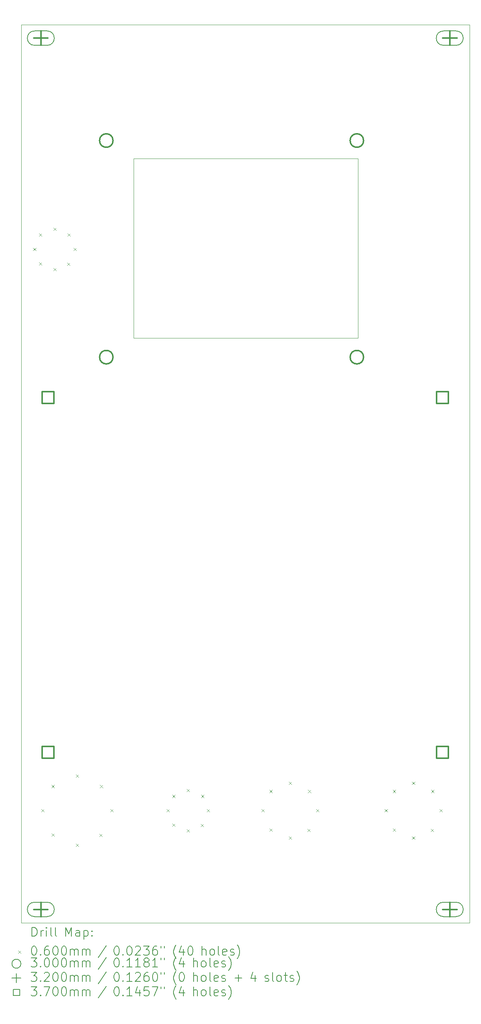
<source format=gbr>
%TF.GenerationSoftware,KiCad,Pcbnew,7.0.0-da2b9df05c~163~ubuntu22.04.1*%
%TF.CreationDate,2023-02-19T09:53:21-05:00*%
%TF.ProjectId,dso138_panel,64736f31-3338-45f7-9061-6e656c2e6b69,rev?*%
%TF.SameCoordinates,Original*%
%TF.FileFunction,Drillmap*%
%TF.FilePolarity,Positive*%
%FSLAX45Y45*%
G04 Gerber Fmt 4.5, Leading zero omitted, Abs format (unit mm)*
G04 Created by KiCad (PCBNEW 7.0.0-da2b9df05c~163~ubuntu22.04.1) date 2023-02-19 09:53:21*
%MOMM*%
%LPD*%
G01*
G04 APERTURE LIST*
%ADD10C,0.100000*%
%ADD11C,0.200000*%
%ADD12C,0.060000*%
%ADD13C,0.300000*%
%ADD14C,0.320000*%
%ADD15C,0.370000*%
G04 APERTURE END LIST*
D10*
X7510000Y-2980000D02*
X12510000Y-2980000D01*
X12510000Y-2980000D02*
X12510000Y-6980000D01*
X12510000Y-6980000D02*
X7510000Y-6980000D01*
X7510000Y-6980000D02*
X7510000Y-2980000D01*
X5000000Y0D02*
X15000000Y0D01*
X15000000Y0D02*
X15000000Y-20000000D01*
X15000000Y-20000000D02*
X5000000Y-20000000D01*
X5000000Y-20000000D02*
X5000000Y0D01*
D11*
D12*
X5270000Y-4970000D02*
X5330000Y-5030000D01*
X5330000Y-4970000D02*
X5270000Y-5030000D01*
X5400000Y-4650000D02*
X5460000Y-4710000D01*
X5460000Y-4650000D02*
X5400000Y-4710000D01*
X5400000Y-5290000D02*
X5460000Y-5350000D01*
X5460000Y-5290000D02*
X5400000Y-5350000D01*
X5450000Y-17470000D02*
X5510000Y-17530000D01*
X5510000Y-17470000D02*
X5450000Y-17530000D01*
X5680000Y-16930000D02*
X5740000Y-16990000D01*
X5740000Y-16930000D02*
X5680000Y-16990000D01*
X5680000Y-18010000D02*
X5740000Y-18070000D01*
X5740000Y-18010000D02*
X5680000Y-18070000D01*
X5720000Y-4520000D02*
X5780000Y-4580000D01*
X5780000Y-4520000D02*
X5720000Y-4580000D01*
X5720000Y-5420000D02*
X5780000Y-5480000D01*
X5780000Y-5420000D02*
X5720000Y-5480000D01*
X6030000Y-5300000D02*
X6090000Y-5360000D01*
X6090000Y-5300000D02*
X6030000Y-5360000D01*
X6040000Y-4650000D02*
X6100000Y-4710000D01*
X6100000Y-4650000D02*
X6040000Y-4710000D01*
X6170000Y-4970000D02*
X6230000Y-5030000D01*
X6230000Y-4970000D02*
X6170000Y-5030000D01*
X6220000Y-16700000D02*
X6280000Y-16760000D01*
X6280000Y-16700000D02*
X6220000Y-16760000D01*
X6220000Y-18240000D02*
X6280000Y-18300000D01*
X6280000Y-18240000D02*
X6220000Y-18300000D01*
X6750000Y-18020000D02*
X6810000Y-18080000D01*
X6810000Y-18020000D02*
X6750000Y-18080000D01*
X6760000Y-16930000D02*
X6820000Y-16990000D01*
X6820000Y-16930000D02*
X6760000Y-16990000D01*
X6990000Y-17470000D02*
X7050000Y-17530000D01*
X7050000Y-17470000D02*
X6990000Y-17530000D01*
X8245000Y-17470000D02*
X8305000Y-17530000D01*
X8305000Y-17470000D02*
X8245000Y-17530000D01*
X8375000Y-17150000D02*
X8435000Y-17210000D01*
X8435000Y-17150000D02*
X8375000Y-17210000D01*
X8375000Y-17790000D02*
X8435000Y-17850000D01*
X8435000Y-17790000D02*
X8375000Y-17850000D01*
X8695000Y-17020000D02*
X8755000Y-17080000D01*
X8755000Y-17020000D02*
X8695000Y-17080000D01*
X8695000Y-17920000D02*
X8755000Y-17980000D01*
X8755000Y-17920000D02*
X8695000Y-17980000D01*
X9005000Y-17800000D02*
X9065000Y-17860000D01*
X9065000Y-17800000D02*
X9005000Y-17860000D01*
X9015000Y-17150000D02*
X9075000Y-17210000D01*
X9075000Y-17150000D02*
X9015000Y-17210000D01*
X9145000Y-17470000D02*
X9205000Y-17530000D01*
X9205000Y-17470000D02*
X9145000Y-17530000D01*
X10360000Y-17470000D02*
X10420000Y-17530000D01*
X10420000Y-17470000D02*
X10360000Y-17530000D01*
X10540000Y-17040000D02*
X10600000Y-17100000D01*
X10600000Y-17040000D02*
X10540000Y-17100000D01*
X10540000Y-17900000D02*
X10600000Y-17960000D01*
X10600000Y-17900000D02*
X10540000Y-17960000D01*
X10970000Y-16860000D02*
X11030000Y-16920000D01*
X11030000Y-16860000D02*
X10970000Y-16920000D01*
X10970000Y-18080000D02*
X11030000Y-18140000D01*
X11030000Y-18080000D02*
X10970000Y-18140000D01*
X11390000Y-17910000D02*
X11450000Y-17970000D01*
X11450000Y-17910000D02*
X11390000Y-17970000D01*
X11400000Y-17040000D02*
X11460000Y-17100000D01*
X11460000Y-17040000D02*
X11400000Y-17100000D01*
X11580000Y-17470000D02*
X11640000Y-17530000D01*
X11640000Y-17470000D02*
X11580000Y-17530000D01*
X13110000Y-17470000D02*
X13170000Y-17530000D01*
X13170000Y-17470000D02*
X13110000Y-17530000D01*
X13290000Y-17040000D02*
X13350000Y-17100000D01*
X13350000Y-17040000D02*
X13290000Y-17100000D01*
X13290000Y-17900000D02*
X13350000Y-17960000D01*
X13350000Y-17900000D02*
X13290000Y-17960000D01*
X13720000Y-16860000D02*
X13780000Y-16920000D01*
X13780000Y-16860000D02*
X13720000Y-16920000D01*
X13720000Y-18080000D02*
X13780000Y-18140000D01*
X13780000Y-18080000D02*
X13720000Y-18140000D01*
X14140000Y-17910000D02*
X14200000Y-17970000D01*
X14200000Y-17910000D02*
X14140000Y-17970000D01*
X14150000Y-17040000D02*
X14210000Y-17100000D01*
X14210000Y-17040000D02*
X14150000Y-17100000D01*
X14330000Y-17470000D02*
X14390000Y-17530000D01*
X14390000Y-17470000D02*
X14330000Y-17530000D01*
D13*
X7050000Y-2580000D02*
G75*
G03*
X7050000Y-2580000I-150000J0D01*
G01*
X7050000Y-7403000D02*
G75*
G03*
X7050000Y-7403000I-150000J0D01*
G01*
X12638000Y-2580000D02*
G75*
G03*
X12638000Y-2580000I-150000J0D01*
G01*
X12638000Y-7403000D02*
G75*
G03*
X12638000Y-7403000I-150000J0D01*
G01*
D14*
X5440000Y-140000D02*
X5440000Y-460000D01*
X5280000Y-300000D02*
X5600000Y-300000D01*
D11*
X5300000Y-460000D02*
X5580000Y-460000D01*
X5580000Y-460000D02*
G75*
G03*
X5580000Y-140000I0J160000D01*
G01*
X5580000Y-140000D02*
X5300000Y-140000D01*
X5300000Y-140000D02*
G75*
G03*
X5300000Y-460000I0J-160000D01*
G01*
D14*
X5440000Y-19540000D02*
X5440000Y-19860000D01*
X5280000Y-19700000D02*
X5600000Y-19700000D01*
D11*
X5300000Y-19860000D02*
X5580000Y-19860000D01*
X5580000Y-19860000D02*
G75*
G03*
X5580000Y-19540000I0J160000D01*
G01*
X5580000Y-19540000D02*
X5300000Y-19540000D01*
X5300000Y-19540000D02*
G75*
G03*
X5300000Y-19860000I0J-160000D01*
G01*
D14*
X14560000Y-140000D02*
X14560000Y-460000D01*
X14400000Y-300000D02*
X14720000Y-300000D01*
D11*
X14700000Y-140000D02*
X14420000Y-140000D01*
X14420000Y-140000D02*
G75*
G03*
X14420000Y-460000I0J-160000D01*
G01*
X14420000Y-460000D02*
X14700000Y-460000D01*
X14700000Y-460000D02*
G75*
G03*
X14700000Y-140000I0J160000D01*
G01*
D14*
X14560000Y-19540000D02*
X14560000Y-19860000D01*
X14400000Y-19700000D02*
X14720000Y-19700000D01*
D11*
X14700000Y-19540000D02*
X14420000Y-19540000D01*
X14420000Y-19540000D02*
G75*
G03*
X14420000Y-19860000I0J-160000D01*
G01*
X14420000Y-19860000D02*
X14700000Y-19860000D01*
X14700000Y-19860000D02*
G75*
G03*
X14700000Y-19540000I0J160000D01*
G01*
D15*
X5730816Y-8430816D02*
X5730816Y-8169184D01*
X5469184Y-8169184D01*
X5469184Y-8430816D01*
X5730816Y-8430816D01*
X5730816Y-16330816D02*
X5730816Y-16069184D01*
X5469184Y-16069184D01*
X5469184Y-16330816D01*
X5730816Y-16330816D01*
X14530816Y-8430816D02*
X14530816Y-8169184D01*
X14269184Y-8169184D01*
X14269184Y-8430816D01*
X14530816Y-8430816D01*
X14530816Y-16330816D02*
X14530816Y-16069184D01*
X14269184Y-16069184D01*
X14269184Y-16330816D01*
X14530816Y-16330816D01*
D11*
X5242619Y-20298476D02*
X5242619Y-20098476D01*
X5242619Y-20098476D02*
X5290238Y-20098476D01*
X5290238Y-20098476D02*
X5318810Y-20108000D01*
X5318810Y-20108000D02*
X5337857Y-20127048D01*
X5337857Y-20127048D02*
X5347381Y-20146095D01*
X5347381Y-20146095D02*
X5356905Y-20184190D01*
X5356905Y-20184190D02*
X5356905Y-20212762D01*
X5356905Y-20212762D02*
X5347381Y-20250857D01*
X5347381Y-20250857D02*
X5337857Y-20269905D01*
X5337857Y-20269905D02*
X5318810Y-20288952D01*
X5318810Y-20288952D02*
X5290238Y-20298476D01*
X5290238Y-20298476D02*
X5242619Y-20298476D01*
X5442619Y-20298476D02*
X5442619Y-20165143D01*
X5442619Y-20203238D02*
X5452143Y-20184190D01*
X5452143Y-20184190D02*
X5461667Y-20174667D01*
X5461667Y-20174667D02*
X5480714Y-20165143D01*
X5480714Y-20165143D02*
X5499762Y-20165143D01*
X5566429Y-20298476D02*
X5566429Y-20165143D01*
X5566429Y-20098476D02*
X5556905Y-20108000D01*
X5556905Y-20108000D02*
X5566429Y-20117524D01*
X5566429Y-20117524D02*
X5575952Y-20108000D01*
X5575952Y-20108000D02*
X5566429Y-20098476D01*
X5566429Y-20098476D02*
X5566429Y-20117524D01*
X5690238Y-20298476D02*
X5671190Y-20288952D01*
X5671190Y-20288952D02*
X5661667Y-20269905D01*
X5661667Y-20269905D02*
X5661667Y-20098476D01*
X5795000Y-20298476D02*
X5775952Y-20288952D01*
X5775952Y-20288952D02*
X5766428Y-20269905D01*
X5766428Y-20269905D02*
X5766428Y-20098476D01*
X5991190Y-20298476D02*
X5991190Y-20098476D01*
X5991190Y-20098476D02*
X6057857Y-20241333D01*
X6057857Y-20241333D02*
X6124524Y-20098476D01*
X6124524Y-20098476D02*
X6124524Y-20298476D01*
X6305476Y-20298476D02*
X6305476Y-20193714D01*
X6305476Y-20193714D02*
X6295952Y-20174667D01*
X6295952Y-20174667D02*
X6276905Y-20165143D01*
X6276905Y-20165143D02*
X6238809Y-20165143D01*
X6238809Y-20165143D02*
X6219762Y-20174667D01*
X6305476Y-20288952D02*
X6286428Y-20298476D01*
X6286428Y-20298476D02*
X6238809Y-20298476D01*
X6238809Y-20298476D02*
X6219762Y-20288952D01*
X6219762Y-20288952D02*
X6210238Y-20269905D01*
X6210238Y-20269905D02*
X6210238Y-20250857D01*
X6210238Y-20250857D02*
X6219762Y-20231810D01*
X6219762Y-20231810D02*
X6238809Y-20222286D01*
X6238809Y-20222286D02*
X6286428Y-20222286D01*
X6286428Y-20222286D02*
X6305476Y-20212762D01*
X6400714Y-20165143D02*
X6400714Y-20365143D01*
X6400714Y-20174667D02*
X6419762Y-20165143D01*
X6419762Y-20165143D02*
X6457857Y-20165143D01*
X6457857Y-20165143D02*
X6476905Y-20174667D01*
X6476905Y-20174667D02*
X6486428Y-20184190D01*
X6486428Y-20184190D02*
X6495952Y-20203238D01*
X6495952Y-20203238D02*
X6495952Y-20260381D01*
X6495952Y-20260381D02*
X6486428Y-20279429D01*
X6486428Y-20279429D02*
X6476905Y-20288952D01*
X6476905Y-20288952D02*
X6457857Y-20298476D01*
X6457857Y-20298476D02*
X6419762Y-20298476D01*
X6419762Y-20298476D02*
X6400714Y-20288952D01*
X6581667Y-20279429D02*
X6591190Y-20288952D01*
X6591190Y-20288952D02*
X6581667Y-20298476D01*
X6581667Y-20298476D02*
X6572143Y-20288952D01*
X6572143Y-20288952D02*
X6581667Y-20279429D01*
X6581667Y-20279429D02*
X6581667Y-20298476D01*
X6581667Y-20174667D02*
X6591190Y-20184190D01*
X6591190Y-20184190D02*
X6581667Y-20193714D01*
X6581667Y-20193714D02*
X6572143Y-20184190D01*
X6572143Y-20184190D02*
X6581667Y-20174667D01*
X6581667Y-20174667D02*
X6581667Y-20193714D01*
D12*
X4935000Y-20615000D02*
X4995000Y-20675000D01*
X4995000Y-20615000D02*
X4935000Y-20675000D01*
D11*
X5280714Y-20518476D02*
X5299762Y-20518476D01*
X5299762Y-20518476D02*
X5318810Y-20528000D01*
X5318810Y-20528000D02*
X5328333Y-20537524D01*
X5328333Y-20537524D02*
X5337857Y-20556571D01*
X5337857Y-20556571D02*
X5347381Y-20594667D01*
X5347381Y-20594667D02*
X5347381Y-20642286D01*
X5347381Y-20642286D02*
X5337857Y-20680381D01*
X5337857Y-20680381D02*
X5328333Y-20699429D01*
X5328333Y-20699429D02*
X5318810Y-20708952D01*
X5318810Y-20708952D02*
X5299762Y-20718476D01*
X5299762Y-20718476D02*
X5280714Y-20718476D01*
X5280714Y-20718476D02*
X5261667Y-20708952D01*
X5261667Y-20708952D02*
X5252143Y-20699429D01*
X5252143Y-20699429D02*
X5242619Y-20680381D01*
X5242619Y-20680381D02*
X5233095Y-20642286D01*
X5233095Y-20642286D02*
X5233095Y-20594667D01*
X5233095Y-20594667D02*
X5242619Y-20556571D01*
X5242619Y-20556571D02*
X5252143Y-20537524D01*
X5252143Y-20537524D02*
X5261667Y-20528000D01*
X5261667Y-20528000D02*
X5280714Y-20518476D01*
X5433095Y-20699429D02*
X5442619Y-20708952D01*
X5442619Y-20708952D02*
X5433095Y-20718476D01*
X5433095Y-20718476D02*
X5423571Y-20708952D01*
X5423571Y-20708952D02*
X5433095Y-20699429D01*
X5433095Y-20699429D02*
X5433095Y-20718476D01*
X5614048Y-20518476D02*
X5575952Y-20518476D01*
X5575952Y-20518476D02*
X5556905Y-20528000D01*
X5556905Y-20528000D02*
X5547381Y-20537524D01*
X5547381Y-20537524D02*
X5528333Y-20566095D01*
X5528333Y-20566095D02*
X5518810Y-20604190D01*
X5518810Y-20604190D02*
X5518810Y-20680381D01*
X5518810Y-20680381D02*
X5528333Y-20699429D01*
X5528333Y-20699429D02*
X5537857Y-20708952D01*
X5537857Y-20708952D02*
X5556905Y-20718476D01*
X5556905Y-20718476D02*
X5595000Y-20718476D01*
X5595000Y-20718476D02*
X5614048Y-20708952D01*
X5614048Y-20708952D02*
X5623571Y-20699429D01*
X5623571Y-20699429D02*
X5633095Y-20680381D01*
X5633095Y-20680381D02*
X5633095Y-20632762D01*
X5633095Y-20632762D02*
X5623571Y-20613714D01*
X5623571Y-20613714D02*
X5614048Y-20604190D01*
X5614048Y-20604190D02*
X5595000Y-20594667D01*
X5595000Y-20594667D02*
X5556905Y-20594667D01*
X5556905Y-20594667D02*
X5537857Y-20604190D01*
X5537857Y-20604190D02*
X5528333Y-20613714D01*
X5528333Y-20613714D02*
X5518810Y-20632762D01*
X5756905Y-20518476D02*
X5775952Y-20518476D01*
X5775952Y-20518476D02*
X5795000Y-20528000D01*
X5795000Y-20528000D02*
X5804524Y-20537524D01*
X5804524Y-20537524D02*
X5814048Y-20556571D01*
X5814048Y-20556571D02*
X5823571Y-20594667D01*
X5823571Y-20594667D02*
X5823571Y-20642286D01*
X5823571Y-20642286D02*
X5814048Y-20680381D01*
X5814048Y-20680381D02*
X5804524Y-20699429D01*
X5804524Y-20699429D02*
X5795000Y-20708952D01*
X5795000Y-20708952D02*
X5775952Y-20718476D01*
X5775952Y-20718476D02*
X5756905Y-20718476D01*
X5756905Y-20718476D02*
X5737857Y-20708952D01*
X5737857Y-20708952D02*
X5728333Y-20699429D01*
X5728333Y-20699429D02*
X5718809Y-20680381D01*
X5718809Y-20680381D02*
X5709286Y-20642286D01*
X5709286Y-20642286D02*
X5709286Y-20594667D01*
X5709286Y-20594667D02*
X5718809Y-20556571D01*
X5718809Y-20556571D02*
X5728333Y-20537524D01*
X5728333Y-20537524D02*
X5737857Y-20528000D01*
X5737857Y-20528000D02*
X5756905Y-20518476D01*
X5947381Y-20518476D02*
X5966429Y-20518476D01*
X5966429Y-20518476D02*
X5985476Y-20528000D01*
X5985476Y-20528000D02*
X5995000Y-20537524D01*
X5995000Y-20537524D02*
X6004524Y-20556571D01*
X6004524Y-20556571D02*
X6014048Y-20594667D01*
X6014048Y-20594667D02*
X6014048Y-20642286D01*
X6014048Y-20642286D02*
X6004524Y-20680381D01*
X6004524Y-20680381D02*
X5995000Y-20699429D01*
X5995000Y-20699429D02*
X5985476Y-20708952D01*
X5985476Y-20708952D02*
X5966429Y-20718476D01*
X5966429Y-20718476D02*
X5947381Y-20718476D01*
X5947381Y-20718476D02*
X5928333Y-20708952D01*
X5928333Y-20708952D02*
X5918809Y-20699429D01*
X5918809Y-20699429D02*
X5909286Y-20680381D01*
X5909286Y-20680381D02*
X5899762Y-20642286D01*
X5899762Y-20642286D02*
X5899762Y-20594667D01*
X5899762Y-20594667D02*
X5909286Y-20556571D01*
X5909286Y-20556571D02*
X5918809Y-20537524D01*
X5918809Y-20537524D02*
X5928333Y-20528000D01*
X5928333Y-20528000D02*
X5947381Y-20518476D01*
X6099762Y-20718476D02*
X6099762Y-20585143D01*
X6099762Y-20604190D02*
X6109286Y-20594667D01*
X6109286Y-20594667D02*
X6128333Y-20585143D01*
X6128333Y-20585143D02*
X6156905Y-20585143D01*
X6156905Y-20585143D02*
X6175952Y-20594667D01*
X6175952Y-20594667D02*
X6185476Y-20613714D01*
X6185476Y-20613714D02*
X6185476Y-20718476D01*
X6185476Y-20613714D02*
X6195000Y-20594667D01*
X6195000Y-20594667D02*
X6214048Y-20585143D01*
X6214048Y-20585143D02*
X6242619Y-20585143D01*
X6242619Y-20585143D02*
X6261667Y-20594667D01*
X6261667Y-20594667D02*
X6271190Y-20613714D01*
X6271190Y-20613714D02*
X6271190Y-20718476D01*
X6366429Y-20718476D02*
X6366429Y-20585143D01*
X6366429Y-20604190D02*
X6375952Y-20594667D01*
X6375952Y-20594667D02*
X6395000Y-20585143D01*
X6395000Y-20585143D02*
X6423571Y-20585143D01*
X6423571Y-20585143D02*
X6442619Y-20594667D01*
X6442619Y-20594667D02*
X6452143Y-20613714D01*
X6452143Y-20613714D02*
X6452143Y-20718476D01*
X6452143Y-20613714D02*
X6461667Y-20594667D01*
X6461667Y-20594667D02*
X6480714Y-20585143D01*
X6480714Y-20585143D02*
X6509286Y-20585143D01*
X6509286Y-20585143D02*
X6528333Y-20594667D01*
X6528333Y-20594667D02*
X6537857Y-20613714D01*
X6537857Y-20613714D02*
X6537857Y-20718476D01*
X6895952Y-20508952D02*
X6724524Y-20766095D01*
X7120714Y-20518476D02*
X7139762Y-20518476D01*
X7139762Y-20518476D02*
X7158810Y-20528000D01*
X7158810Y-20528000D02*
X7168333Y-20537524D01*
X7168333Y-20537524D02*
X7177857Y-20556571D01*
X7177857Y-20556571D02*
X7187381Y-20594667D01*
X7187381Y-20594667D02*
X7187381Y-20642286D01*
X7187381Y-20642286D02*
X7177857Y-20680381D01*
X7177857Y-20680381D02*
X7168333Y-20699429D01*
X7168333Y-20699429D02*
X7158810Y-20708952D01*
X7158810Y-20708952D02*
X7139762Y-20718476D01*
X7139762Y-20718476D02*
X7120714Y-20718476D01*
X7120714Y-20718476D02*
X7101667Y-20708952D01*
X7101667Y-20708952D02*
X7092143Y-20699429D01*
X7092143Y-20699429D02*
X7082619Y-20680381D01*
X7082619Y-20680381D02*
X7073095Y-20642286D01*
X7073095Y-20642286D02*
X7073095Y-20594667D01*
X7073095Y-20594667D02*
X7082619Y-20556571D01*
X7082619Y-20556571D02*
X7092143Y-20537524D01*
X7092143Y-20537524D02*
X7101667Y-20528000D01*
X7101667Y-20528000D02*
X7120714Y-20518476D01*
X7273095Y-20699429D02*
X7282619Y-20708952D01*
X7282619Y-20708952D02*
X7273095Y-20718476D01*
X7273095Y-20718476D02*
X7263571Y-20708952D01*
X7263571Y-20708952D02*
X7273095Y-20699429D01*
X7273095Y-20699429D02*
X7273095Y-20718476D01*
X7406429Y-20518476D02*
X7425476Y-20518476D01*
X7425476Y-20518476D02*
X7444524Y-20528000D01*
X7444524Y-20528000D02*
X7454048Y-20537524D01*
X7454048Y-20537524D02*
X7463571Y-20556571D01*
X7463571Y-20556571D02*
X7473095Y-20594667D01*
X7473095Y-20594667D02*
X7473095Y-20642286D01*
X7473095Y-20642286D02*
X7463571Y-20680381D01*
X7463571Y-20680381D02*
X7454048Y-20699429D01*
X7454048Y-20699429D02*
X7444524Y-20708952D01*
X7444524Y-20708952D02*
X7425476Y-20718476D01*
X7425476Y-20718476D02*
X7406429Y-20718476D01*
X7406429Y-20718476D02*
X7387381Y-20708952D01*
X7387381Y-20708952D02*
X7377857Y-20699429D01*
X7377857Y-20699429D02*
X7368333Y-20680381D01*
X7368333Y-20680381D02*
X7358810Y-20642286D01*
X7358810Y-20642286D02*
X7358810Y-20594667D01*
X7358810Y-20594667D02*
X7368333Y-20556571D01*
X7368333Y-20556571D02*
X7377857Y-20537524D01*
X7377857Y-20537524D02*
X7387381Y-20528000D01*
X7387381Y-20528000D02*
X7406429Y-20518476D01*
X7549286Y-20537524D02*
X7558810Y-20528000D01*
X7558810Y-20528000D02*
X7577857Y-20518476D01*
X7577857Y-20518476D02*
X7625476Y-20518476D01*
X7625476Y-20518476D02*
X7644524Y-20528000D01*
X7644524Y-20528000D02*
X7654048Y-20537524D01*
X7654048Y-20537524D02*
X7663571Y-20556571D01*
X7663571Y-20556571D02*
X7663571Y-20575619D01*
X7663571Y-20575619D02*
X7654048Y-20604190D01*
X7654048Y-20604190D02*
X7539762Y-20718476D01*
X7539762Y-20718476D02*
X7663571Y-20718476D01*
X7730238Y-20518476D02*
X7854048Y-20518476D01*
X7854048Y-20518476D02*
X7787381Y-20594667D01*
X7787381Y-20594667D02*
X7815952Y-20594667D01*
X7815952Y-20594667D02*
X7835000Y-20604190D01*
X7835000Y-20604190D02*
X7844524Y-20613714D01*
X7844524Y-20613714D02*
X7854048Y-20632762D01*
X7854048Y-20632762D02*
X7854048Y-20680381D01*
X7854048Y-20680381D02*
X7844524Y-20699429D01*
X7844524Y-20699429D02*
X7835000Y-20708952D01*
X7835000Y-20708952D02*
X7815952Y-20718476D01*
X7815952Y-20718476D02*
X7758810Y-20718476D01*
X7758810Y-20718476D02*
X7739762Y-20708952D01*
X7739762Y-20708952D02*
X7730238Y-20699429D01*
X8025476Y-20518476D02*
X7987381Y-20518476D01*
X7987381Y-20518476D02*
X7968333Y-20528000D01*
X7968333Y-20528000D02*
X7958810Y-20537524D01*
X7958810Y-20537524D02*
X7939762Y-20566095D01*
X7939762Y-20566095D02*
X7930238Y-20604190D01*
X7930238Y-20604190D02*
X7930238Y-20680381D01*
X7930238Y-20680381D02*
X7939762Y-20699429D01*
X7939762Y-20699429D02*
X7949286Y-20708952D01*
X7949286Y-20708952D02*
X7968333Y-20718476D01*
X7968333Y-20718476D02*
X8006429Y-20718476D01*
X8006429Y-20718476D02*
X8025476Y-20708952D01*
X8025476Y-20708952D02*
X8035000Y-20699429D01*
X8035000Y-20699429D02*
X8044524Y-20680381D01*
X8044524Y-20680381D02*
X8044524Y-20632762D01*
X8044524Y-20632762D02*
X8035000Y-20613714D01*
X8035000Y-20613714D02*
X8025476Y-20604190D01*
X8025476Y-20604190D02*
X8006429Y-20594667D01*
X8006429Y-20594667D02*
X7968333Y-20594667D01*
X7968333Y-20594667D02*
X7949286Y-20604190D01*
X7949286Y-20604190D02*
X7939762Y-20613714D01*
X7939762Y-20613714D02*
X7930238Y-20632762D01*
X8120714Y-20518476D02*
X8120714Y-20556571D01*
X8196905Y-20518476D02*
X8196905Y-20556571D01*
X8459762Y-20794667D02*
X8450238Y-20785143D01*
X8450238Y-20785143D02*
X8431191Y-20756571D01*
X8431191Y-20756571D02*
X8421667Y-20737524D01*
X8421667Y-20737524D02*
X8412143Y-20708952D01*
X8412143Y-20708952D02*
X8402619Y-20661333D01*
X8402619Y-20661333D02*
X8402619Y-20623238D01*
X8402619Y-20623238D02*
X8412143Y-20575619D01*
X8412143Y-20575619D02*
X8421667Y-20547048D01*
X8421667Y-20547048D02*
X8431191Y-20528000D01*
X8431191Y-20528000D02*
X8450238Y-20499429D01*
X8450238Y-20499429D02*
X8459762Y-20489905D01*
X8621667Y-20585143D02*
X8621667Y-20718476D01*
X8574048Y-20508952D02*
X8526429Y-20651810D01*
X8526429Y-20651810D02*
X8650238Y-20651810D01*
X8764524Y-20518476D02*
X8783572Y-20518476D01*
X8783572Y-20518476D02*
X8802619Y-20528000D01*
X8802619Y-20528000D02*
X8812143Y-20537524D01*
X8812143Y-20537524D02*
X8821667Y-20556571D01*
X8821667Y-20556571D02*
X8831191Y-20594667D01*
X8831191Y-20594667D02*
X8831191Y-20642286D01*
X8831191Y-20642286D02*
X8821667Y-20680381D01*
X8821667Y-20680381D02*
X8812143Y-20699429D01*
X8812143Y-20699429D02*
X8802619Y-20708952D01*
X8802619Y-20708952D02*
X8783572Y-20718476D01*
X8783572Y-20718476D02*
X8764524Y-20718476D01*
X8764524Y-20718476D02*
X8745476Y-20708952D01*
X8745476Y-20708952D02*
X8735953Y-20699429D01*
X8735953Y-20699429D02*
X8726429Y-20680381D01*
X8726429Y-20680381D02*
X8716905Y-20642286D01*
X8716905Y-20642286D02*
X8716905Y-20594667D01*
X8716905Y-20594667D02*
X8726429Y-20556571D01*
X8726429Y-20556571D02*
X8735953Y-20537524D01*
X8735953Y-20537524D02*
X8745476Y-20528000D01*
X8745476Y-20528000D02*
X8764524Y-20518476D01*
X9036905Y-20718476D02*
X9036905Y-20518476D01*
X9122619Y-20718476D02*
X9122619Y-20613714D01*
X9122619Y-20613714D02*
X9113095Y-20594667D01*
X9113095Y-20594667D02*
X9094048Y-20585143D01*
X9094048Y-20585143D02*
X9065476Y-20585143D01*
X9065476Y-20585143D02*
X9046429Y-20594667D01*
X9046429Y-20594667D02*
X9036905Y-20604190D01*
X9246429Y-20718476D02*
X9227381Y-20708952D01*
X9227381Y-20708952D02*
X9217857Y-20699429D01*
X9217857Y-20699429D02*
X9208334Y-20680381D01*
X9208334Y-20680381D02*
X9208334Y-20623238D01*
X9208334Y-20623238D02*
X9217857Y-20604190D01*
X9217857Y-20604190D02*
X9227381Y-20594667D01*
X9227381Y-20594667D02*
X9246429Y-20585143D01*
X9246429Y-20585143D02*
X9275000Y-20585143D01*
X9275000Y-20585143D02*
X9294048Y-20594667D01*
X9294048Y-20594667D02*
X9303572Y-20604190D01*
X9303572Y-20604190D02*
X9313095Y-20623238D01*
X9313095Y-20623238D02*
X9313095Y-20680381D01*
X9313095Y-20680381D02*
X9303572Y-20699429D01*
X9303572Y-20699429D02*
X9294048Y-20708952D01*
X9294048Y-20708952D02*
X9275000Y-20718476D01*
X9275000Y-20718476D02*
X9246429Y-20718476D01*
X9427381Y-20718476D02*
X9408334Y-20708952D01*
X9408334Y-20708952D02*
X9398810Y-20689905D01*
X9398810Y-20689905D02*
X9398810Y-20518476D01*
X9579762Y-20708952D02*
X9560715Y-20718476D01*
X9560715Y-20718476D02*
X9522619Y-20718476D01*
X9522619Y-20718476D02*
X9503572Y-20708952D01*
X9503572Y-20708952D02*
X9494048Y-20689905D01*
X9494048Y-20689905D02*
X9494048Y-20613714D01*
X9494048Y-20613714D02*
X9503572Y-20594667D01*
X9503572Y-20594667D02*
X9522619Y-20585143D01*
X9522619Y-20585143D02*
X9560715Y-20585143D01*
X9560715Y-20585143D02*
X9579762Y-20594667D01*
X9579762Y-20594667D02*
X9589286Y-20613714D01*
X9589286Y-20613714D02*
X9589286Y-20632762D01*
X9589286Y-20632762D02*
X9494048Y-20651810D01*
X9665476Y-20708952D02*
X9684524Y-20718476D01*
X9684524Y-20718476D02*
X9722619Y-20718476D01*
X9722619Y-20718476D02*
X9741667Y-20708952D01*
X9741667Y-20708952D02*
X9751191Y-20689905D01*
X9751191Y-20689905D02*
X9751191Y-20680381D01*
X9751191Y-20680381D02*
X9741667Y-20661333D01*
X9741667Y-20661333D02*
X9722619Y-20651810D01*
X9722619Y-20651810D02*
X9694048Y-20651810D01*
X9694048Y-20651810D02*
X9675000Y-20642286D01*
X9675000Y-20642286D02*
X9665476Y-20623238D01*
X9665476Y-20623238D02*
X9665476Y-20613714D01*
X9665476Y-20613714D02*
X9675000Y-20594667D01*
X9675000Y-20594667D02*
X9694048Y-20585143D01*
X9694048Y-20585143D02*
X9722619Y-20585143D01*
X9722619Y-20585143D02*
X9741667Y-20594667D01*
X9817857Y-20794667D02*
X9827381Y-20785143D01*
X9827381Y-20785143D02*
X9846429Y-20756571D01*
X9846429Y-20756571D02*
X9855953Y-20737524D01*
X9855953Y-20737524D02*
X9865476Y-20708952D01*
X9865476Y-20708952D02*
X9875000Y-20661333D01*
X9875000Y-20661333D02*
X9875000Y-20623238D01*
X9875000Y-20623238D02*
X9865476Y-20575619D01*
X9865476Y-20575619D02*
X9855953Y-20547048D01*
X9855953Y-20547048D02*
X9846429Y-20528000D01*
X9846429Y-20528000D02*
X9827381Y-20499429D01*
X9827381Y-20499429D02*
X9817857Y-20489905D01*
X4995000Y-20909000D02*
G75*
G03*
X4995000Y-20909000I-100000J0D01*
G01*
X5223571Y-20782476D02*
X5347381Y-20782476D01*
X5347381Y-20782476D02*
X5280714Y-20858667D01*
X5280714Y-20858667D02*
X5309286Y-20858667D01*
X5309286Y-20858667D02*
X5328333Y-20868190D01*
X5328333Y-20868190D02*
X5337857Y-20877714D01*
X5337857Y-20877714D02*
X5347381Y-20896762D01*
X5347381Y-20896762D02*
X5347381Y-20944381D01*
X5347381Y-20944381D02*
X5337857Y-20963429D01*
X5337857Y-20963429D02*
X5328333Y-20972952D01*
X5328333Y-20972952D02*
X5309286Y-20982476D01*
X5309286Y-20982476D02*
X5252143Y-20982476D01*
X5252143Y-20982476D02*
X5233095Y-20972952D01*
X5233095Y-20972952D02*
X5223571Y-20963429D01*
X5433095Y-20963429D02*
X5442619Y-20972952D01*
X5442619Y-20972952D02*
X5433095Y-20982476D01*
X5433095Y-20982476D02*
X5423571Y-20972952D01*
X5423571Y-20972952D02*
X5433095Y-20963429D01*
X5433095Y-20963429D02*
X5433095Y-20982476D01*
X5566429Y-20782476D02*
X5585476Y-20782476D01*
X5585476Y-20782476D02*
X5604524Y-20792000D01*
X5604524Y-20792000D02*
X5614048Y-20801524D01*
X5614048Y-20801524D02*
X5623571Y-20820571D01*
X5623571Y-20820571D02*
X5633095Y-20858667D01*
X5633095Y-20858667D02*
X5633095Y-20906286D01*
X5633095Y-20906286D02*
X5623571Y-20944381D01*
X5623571Y-20944381D02*
X5614048Y-20963429D01*
X5614048Y-20963429D02*
X5604524Y-20972952D01*
X5604524Y-20972952D02*
X5585476Y-20982476D01*
X5585476Y-20982476D02*
X5566429Y-20982476D01*
X5566429Y-20982476D02*
X5547381Y-20972952D01*
X5547381Y-20972952D02*
X5537857Y-20963429D01*
X5537857Y-20963429D02*
X5528333Y-20944381D01*
X5528333Y-20944381D02*
X5518810Y-20906286D01*
X5518810Y-20906286D02*
X5518810Y-20858667D01*
X5518810Y-20858667D02*
X5528333Y-20820571D01*
X5528333Y-20820571D02*
X5537857Y-20801524D01*
X5537857Y-20801524D02*
X5547381Y-20792000D01*
X5547381Y-20792000D02*
X5566429Y-20782476D01*
X5756905Y-20782476D02*
X5775952Y-20782476D01*
X5775952Y-20782476D02*
X5795000Y-20792000D01*
X5795000Y-20792000D02*
X5804524Y-20801524D01*
X5804524Y-20801524D02*
X5814048Y-20820571D01*
X5814048Y-20820571D02*
X5823571Y-20858667D01*
X5823571Y-20858667D02*
X5823571Y-20906286D01*
X5823571Y-20906286D02*
X5814048Y-20944381D01*
X5814048Y-20944381D02*
X5804524Y-20963429D01*
X5804524Y-20963429D02*
X5795000Y-20972952D01*
X5795000Y-20972952D02*
X5775952Y-20982476D01*
X5775952Y-20982476D02*
X5756905Y-20982476D01*
X5756905Y-20982476D02*
X5737857Y-20972952D01*
X5737857Y-20972952D02*
X5728333Y-20963429D01*
X5728333Y-20963429D02*
X5718809Y-20944381D01*
X5718809Y-20944381D02*
X5709286Y-20906286D01*
X5709286Y-20906286D02*
X5709286Y-20858667D01*
X5709286Y-20858667D02*
X5718809Y-20820571D01*
X5718809Y-20820571D02*
X5728333Y-20801524D01*
X5728333Y-20801524D02*
X5737857Y-20792000D01*
X5737857Y-20792000D02*
X5756905Y-20782476D01*
X5947381Y-20782476D02*
X5966429Y-20782476D01*
X5966429Y-20782476D02*
X5985476Y-20792000D01*
X5985476Y-20792000D02*
X5995000Y-20801524D01*
X5995000Y-20801524D02*
X6004524Y-20820571D01*
X6004524Y-20820571D02*
X6014048Y-20858667D01*
X6014048Y-20858667D02*
X6014048Y-20906286D01*
X6014048Y-20906286D02*
X6004524Y-20944381D01*
X6004524Y-20944381D02*
X5995000Y-20963429D01*
X5995000Y-20963429D02*
X5985476Y-20972952D01*
X5985476Y-20972952D02*
X5966429Y-20982476D01*
X5966429Y-20982476D02*
X5947381Y-20982476D01*
X5947381Y-20982476D02*
X5928333Y-20972952D01*
X5928333Y-20972952D02*
X5918809Y-20963429D01*
X5918809Y-20963429D02*
X5909286Y-20944381D01*
X5909286Y-20944381D02*
X5899762Y-20906286D01*
X5899762Y-20906286D02*
X5899762Y-20858667D01*
X5899762Y-20858667D02*
X5909286Y-20820571D01*
X5909286Y-20820571D02*
X5918809Y-20801524D01*
X5918809Y-20801524D02*
X5928333Y-20792000D01*
X5928333Y-20792000D02*
X5947381Y-20782476D01*
X6099762Y-20982476D02*
X6099762Y-20849143D01*
X6099762Y-20868190D02*
X6109286Y-20858667D01*
X6109286Y-20858667D02*
X6128333Y-20849143D01*
X6128333Y-20849143D02*
X6156905Y-20849143D01*
X6156905Y-20849143D02*
X6175952Y-20858667D01*
X6175952Y-20858667D02*
X6185476Y-20877714D01*
X6185476Y-20877714D02*
X6185476Y-20982476D01*
X6185476Y-20877714D02*
X6195000Y-20858667D01*
X6195000Y-20858667D02*
X6214048Y-20849143D01*
X6214048Y-20849143D02*
X6242619Y-20849143D01*
X6242619Y-20849143D02*
X6261667Y-20858667D01*
X6261667Y-20858667D02*
X6271190Y-20877714D01*
X6271190Y-20877714D02*
X6271190Y-20982476D01*
X6366429Y-20982476D02*
X6366429Y-20849143D01*
X6366429Y-20868190D02*
X6375952Y-20858667D01*
X6375952Y-20858667D02*
X6395000Y-20849143D01*
X6395000Y-20849143D02*
X6423571Y-20849143D01*
X6423571Y-20849143D02*
X6442619Y-20858667D01*
X6442619Y-20858667D02*
X6452143Y-20877714D01*
X6452143Y-20877714D02*
X6452143Y-20982476D01*
X6452143Y-20877714D02*
X6461667Y-20858667D01*
X6461667Y-20858667D02*
X6480714Y-20849143D01*
X6480714Y-20849143D02*
X6509286Y-20849143D01*
X6509286Y-20849143D02*
X6528333Y-20858667D01*
X6528333Y-20858667D02*
X6537857Y-20877714D01*
X6537857Y-20877714D02*
X6537857Y-20982476D01*
X6895952Y-20772952D02*
X6724524Y-21030095D01*
X7120714Y-20782476D02*
X7139762Y-20782476D01*
X7139762Y-20782476D02*
X7158810Y-20792000D01*
X7158810Y-20792000D02*
X7168333Y-20801524D01*
X7168333Y-20801524D02*
X7177857Y-20820571D01*
X7177857Y-20820571D02*
X7187381Y-20858667D01*
X7187381Y-20858667D02*
X7187381Y-20906286D01*
X7187381Y-20906286D02*
X7177857Y-20944381D01*
X7177857Y-20944381D02*
X7168333Y-20963429D01*
X7168333Y-20963429D02*
X7158810Y-20972952D01*
X7158810Y-20972952D02*
X7139762Y-20982476D01*
X7139762Y-20982476D02*
X7120714Y-20982476D01*
X7120714Y-20982476D02*
X7101667Y-20972952D01*
X7101667Y-20972952D02*
X7092143Y-20963429D01*
X7092143Y-20963429D02*
X7082619Y-20944381D01*
X7082619Y-20944381D02*
X7073095Y-20906286D01*
X7073095Y-20906286D02*
X7073095Y-20858667D01*
X7073095Y-20858667D02*
X7082619Y-20820571D01*
X7082619Y-20820571D02*
X7092143Y-20801524D01*
X7092143Y-20801524D02*
X7101667Y-20792000D01*
X7101667Y-20792000D02*
X7120714Y-20782476D01*
X7273095Y-20963429D02*
X7282619Y-20972952D01*
X7282619Y-20972952D02*
X7273095Y-20982476D01*
X7273095Y-20982476D02*
X7263571Y-20972952D01*
X7263571Y-20972952D02*
X7273095Y-20963429D01*
X7273095Y-20963429D02*
X7273095Y-20982476D01*
X7473095Y-20982476D02*
X7358810Y-20982476D01*
X7415952Y-20982476D02*
X7415952Y-20782476D01*
X7415952Y-20782476D02*
X7396905Y-20811048D01*
X7396905Y-20811048D02*
X7377857Y-20830095D01*
X7377857Y-20830095D02*
X7358810Y-20839619D01*
X7663571Y-20982476D02*
X7549286Y-20982476D01*
X7606429Y-20982476D02*
X7606429Y-20782476D01*
X7606429Y-20782476D02*
X7587381Y-20811048D01*
X7587381Y-20811048D02*
X7568333Y-20830095D01*
X7568333Y-20830095D02*
X7549286Y-20839619D01*
X7777857Y-20868190D02*
X7758810Y-20858667D01*
X7758810Y-20858667D02*
X7749286Y-20849143D01*
X7749286Y-20849143D02*
X7739762Y-20830095D01*
X7739762Y-20830095D02*
X7739762Y-20820571D01*
X7739762Y-20820571D02*
X7749286Y-20801524D01*
X7749286Y-20801524D02*
X7758810Y-20792000D01*
X7758810Y-20792000D02*
X7777857Y-20782476D01*
X7777857Y-20782476D02*
X7815952Y-20782476D01*
X7815952Y-20782476D02*
X7835000Y-20792000D01*
X7835000Y-20792000D02*
X7844524Y-20801524D01*
X7844524Y-20801524D02*
X7854048Y-20820571D01*
X7854048Y-20820571D02*
X7854048Y-20830095D01*
X7854048Y-20830095D02*
X7844524Y-20849143D01*
X7844524Y-20849143D02*
X7835000Y-20858667D01*
X7835000Y-20858667D02*
X7815952Y-20868190D01*
X7815952Y-20868190D02*
X7777857Y-20868190D01*
X7777857Y-20868190D02*
X7758810Y-20877714D01*
X7758810Y-20877714D02*
X7749286Y-20887238D01*
X7749286Y-20887238D02*
X7739762Y-20906286D01*
X7739762Y-20906286D02*
X7739762Y-20944381D01*
X7739762Y-20944381D02*
X7749286Y-20963429D01*
X7749286Y-20963429D02*
X7758810Y-20972952D01*
X7758810Y-20972952D02*
X7777857Y-20982476D01*
X7777857Y-20982476D02*
X7815952Y-20982476D01*
X7815952Y-20982476D02*
X7835000Y-20972952D01*
X7835000Y-20972952D02*
X7844524Y-20963429D01*
X7844524Y-20963429D02*
X7854048Y-20944381D01*
X7854048Y-20944381D02*
X7854048Y-20906286D01*
X7854048Y-20906286D02*
X7844524Y-20887238D01*
X7844524Y-20887238D02*
X7835000Y-20877714D01*
X7835000Y-20877714D02*
X7815952Y-20868190D01*
X8044524Y-20982476D02*
X7930238Y-20982476D01*
X7987381Y-20982476D02*
X7987381Y-20782476D01*
X7987381Y-20782476D02*
X7968333Y-20811048D01*
X7968333Y-20811048D02*
X7949286Y-20830095D01*
X7949286Y-20830095D02*
X7930238Y-20839619D01*
X8120714Y-20782476D02*
X8120714Y-20820571D01*
X8196905Y-20782476D02*
X8196905Y-20820571D01*
X8459762Y-21058667D02*
X8450238Y-21049143D01*
X8450238Y-21049143D02*
X8431191Y-21020571D01*
X8431191Y-21020571D02*
X8421667Y-21001524D01*
X8421667Y-21001524D02*
X8412143Y-20972952D01*
X8412143Y-20972952D02*
X8402619Y-20925333D01*
X8402619Y-20925333D02*
X8402619Y-20887238D01*
X8402619Y-20887238D02*
X8412143Y-20839619D01*
X8412143Y-20839619D02*
X8421667Y-20811048D01*
X8421667Y-20811048D02*
X8431191Y-20792000D01*
X8431191Y-20792000D02*
X8450238Y-20763429D01*
X8450238Y-20763429D02*
X8459762Y-20753905D01*
X8621667Y-20849143D02*
X8621667Y-20982476D01*
X8574048Y-20772952D02*
X8526429Y-20915810D01*
X8526429Y-20915810D02*
X8650238Y-20915810D01*
X8846429Y-20982476D02*
X8846429Y-20782476D01*
X8932143Y-20982476D02*
X8932143Y-20877714D01*
X8932143Y-20877714D02*
X8922619Y-20858667D01*
X8922619Y-20858667D02*
X8903572Y-20849143D01*
X8903572Y-20849143D02*
X8875000Y-20849143D01*
X8875000Y-20849143D02*
X8855953Y-20858667D01*
X8855953Y-20858667D02*
X8846429Y-20868190D01*
X9055953Y-20982476D02*
X9036905Y-20972952D01*
X9036905Y-20972952D02*
X9027381Y-20963429D01*
X9027381Y-20963429D02*
X9017857Y-20944381D01*
X9017857Y-20944381D02*
X9017857Y-20887238D01*
X9017857Y-20887238D02*
X9027381Y-20868190D01*
X9027381Y-20868190D02*
X9036905Y-20858667D01*
X9036905Y-20858667D02*
X9055953Y-20849143D01*
X9055953Y-20849143D02*
X9084524Y-20849143D01*
X9084524Y-20849143D02*
X9103572Y-20858667D01*
X9103572Y-20858667D02*
X9113095Y-20868190D01*
X9113095Y-20868190D02*
X9122619Y-20887238D01*
X9122619Y-20887238D02*
X9122619Y-20944381D01*
X9122619Y-20944381D02*
X9113095Y-20963429D01*
X9113095Y-20963429D02*
X9103572Y-20972952D01*
X9103572Y-20972952D02*
X9084524Y-20982476D01*
X9084524Y-20982476D02*
X9055953Y-20982476D01*
X9236905Y-20982476D02*
X9217857Y-20972952D01*
X9217857Y-20972952D02*
X9208334Y-20953905D01*
X9208334Y-20953905D02*
X9208334Y-20782476D01*
X9389286Y-20972952D02*
X9370238Y-20982476D01*
X9370238Y-20982476D02*
X9332143Y-20982476D01*
X9332143Y-20982476D02*
X9313095Y-20972952D01*
X9313095Y-20972952D02*
X9303572Y-20953905D01*
X9303572Y-20953905D02*
X9303572Y-20877714D01*
X9303572Y-20877714D02*
X9313095Y-20858667D01*
X9313095Y-20858667D02*
X9332143Y-20849143D01*
X9332143Y-20849143D02*
X9370238Y-20849143D01*
X9370238Y-20849143D02*
X9389286Y-20858667D01*
X9389286Y-20858667D02*
X9398810Y-20877714D01*
X9398810Y-20877714D02*
X9398810Y-20896762D01*
X9398810Y-20896762D02*
X9303572Y-20915810D01*
X9475000Y-20972952D02*
X9494048Y-20982476D01*
X9494048Y-20982476D02*
X9532143Y-20982476D01*
X9532143Y-20982476D02*
X9551191Y-20972952D01*
X9551191Y-20972952D02*
X9560715Y-20953905D01*
X9560715Y-20953905D02*
X9560715Y-20944381D01*
X9560715Y-20944381D02*
X9551191Y-20925333D01*
X9551191Y-20925333D02*
X9532143Y-20915810D01*
X9532143Y-20915810D02*
X9503572Y-20915810D01*
X9503572Y-20915810D02*
X9484524Y-20906286D01*
X9484524Y-20906286D02*
X9475000Y-20887238D01*
X9475000Y-20887238D02*
X9475000Y-20877714D01*
X9475000Y-20877714D02*
X9484524Y-20858667D01*
X9484524Y-20858667D02*
X9503572Y-20849143D01*
X9503572Y-20849143D02*
X9532143Y-20849143D01*
X9532143Y-20849143D02*
X9551191Y-20858667D01*
X9627381Y-21058667D02*
X9636905Y-21049143D01*
X9636905Y-21049143D02*
X9655953Y-21020571D01*
X9655953Y-21020571D02*
X9665476Y-21001524D01*
X9665476Y-21001524D02*
X9675000Y-20972952D01*
X9675000Y-20972952D02*
X9684524Y-20925333D01*
X9684524Y-20925333D02*
X9684524Y-20887238D01*
X9684524Y-20887238D02*
X9675000Y-20839619D01*
X9675000Y-20839619D02*
X9665476Y-20811048D01*
X9665476Y-20811048D02*
X9655953Y-20792000D01*
X9655953Y-20792000D02*
X9636905Y-20763429D01*
X9636905Y-20763429D02*
X9627381Y-20753905D01*
X4895000Y-21129000D02*
X4895000Y-21329000D01*
X4795000Y-21229000D02*
X4995000Y-21229000D01*
X5223571Y-21102476D02*
X5347381Y-21102476D01*
X5347381Y-21102476D02*
X5280714Y-21178667D01*
X5280714Y-21178667D02*
X5309286Y-21178667D01*
X5309286Y-21178667D02*
X5328333Y-21188190D01*
X5328333Y-21188190D02*
X5337857Y-21197714D01*
X5337857Y-21197714D02*
X5347381Y-21216762D01*
X5347381Y-21216762D02*
X5347381Y-21264381D01*
X5347381Y-21264381D02*
X5337857Y-21283429D01*
X5337857Y-21283429D02*
X5328333Y-21292952D01*
X5328333Y-21292952D02*
X5309286Y-21302476D01*
X5309286Y-21302476D02*
X5252143Y-21302476D01*
X5252143Y-21302476D02*
X5233095Y-21292952D01*
X5233095Y-21292952D02*
X5223571Y-21283429D01*
X5433095Y-21283429D02*
X5442619Y-21292952D01*
X5442619Y-21292952D02*
X5433095Y-21302476D01*
X5433095Y-21302476D02*
X5423571Y-21292952D01*
X5423571Y-21292952D02*
X5433095Y-21283429D01*
X5433095Y-21283429D02*
X5433095Y-21302476D01*
X5518810Y-21121524D02*
X5528333Y-21112000D01*
X5528333Y-21112000D02*
X5547381Y-21102476D01*
X5547381Y-21102476D02*
X5595000Y-21102476D01*
X5595000Y-21102476D02*
X5614048Y-21112000D01*
X5614048Y-21112000D02*
X5623571Y-21121524D01*
X5623571Y-21121524D02*
X5633095Y-21140571D01*
X5633095Y-21140571D02*
X5633095Y-21159619D01*
X5633095Y-21159619D02*
X5623571Y-21188190D01*
X5623571Y-21188190D02*
X5509286Y-21302476D01*
X5509286Y-21302476D02*
X5633095Y-21302476D01*
X5756905Y-21102476D02*
X5775952Y-21102476D01*
X5775952Y-21102476D02*
X5795000Y-21112000D01*
X5795000Y-21112000D02*
X5804524Y-21121524D01*
X5804524Y-21121524D02*
X5814048Y-21140571D01*
X5814048Y-21140571D02*
X5823571Y-21178667D01*
X5823571Y-21178667D02*
X5823571Y-21226286D01*
X5823571Y-21226286D02*
X5814048Y-21264381D01*
X5814048Y-21264381D02*
X5804524Y-21283429D01*
X5804524Y-21283429D02*
X5795000Y-21292952D01*
X5795000Y-21292952D02*
X5775952Y-21302476D01*
X5775952Y-21302476D02*
X5756905Y-21302476D01*
X5756905Y-21302476D02*
X5737857Y-21292952D01*
X5737857Y-21292952D02*
X5728333Y-21283429D01*
X5728333Y-21283429D02*
X5718809Y-21264381D01*
X5718809Y-21264381D02*
X5709286Y-21226286D01*
X5709286Y-21226286D02*
X5709286Y-21178667D01*
X5709286Y-21178667D02*
X5718809Y-21140571D01*
X5718809Y-21140571D02*
X5728333Y-21121524D01*
X5728333Y-21121524D02*
X5737857Y-21112000D01*
X5737857Y-21112000D02*
X5756905Y-21102476D01*
X5947381Y-21102476D02*
X5966429Y-21102476D01*
X5966429Y-21102476D02*
X5985476Y-21112000D01*
X5985476Y-21112000D02*
X5995000Y-21121524D01*
X5995000Y-21121524D02*
X6004524Y-21140571D01*
X6004524Y-21140571D02*
X6014048Y-21178667D01*
X6014048Y-21178667D02*
X6014048Y-21226286D01*
X6014048Y-21226286D02*
X6004524Y-21264381D01*
X6004524Y-21264381D02*
X5995000Y-21283429D01*
X5995000Y-21283429D02*
X5985476Y-21292952D01*
X5985476Y-21292952D02*
X5966429Y-21302476D01*
X5966429Y-21302476D02*
X5947381Y-21302476D01*
X5947381Y-21302476D02*
X5928333Y-21292952D01*
X5928333Y-21292952D02*
X5918809Y-21283429D01*
X5918809Y-21283429D02*
X5909286Y-21264381D01*
X5909286Y-21264381D02*
X5899762Y-21226286D01*
X5899762Y-21226286D02*
X5899762Y-21178667D01*
X5899762Y-21178667D02*
X5909286Y-21140571D01*
X5909286Y-21140571D02*
X5918809Y-21121524D01*
X5918809Y-21121524D02*
X5928333Y-21112000D01*
X5928333Y-21112000D02*
X5947381Y-21102476D01*
X6099762Y-21302476D02*
X6099762Y-21169143D01*
X6099762Y-21188190D02*
X6109286Y-21178667D01*
X6109286Y-21178667D02*
X6128333Y-21169143D01*
X6128333Y-21169143D02*
X6156905Y-21169143D01*
X6156905Y-21169143D02*
X6175952Y-21178667D01*
X6175952Y-21178667D02*
X6185476Y-21197714D01*
X6185476Y-21197714D02*
X6185476Y-21302476D01*
X6185476Y-21197714D02*
X6195000Y-21178667D01*
X6195000Y-21178667D02*
X6214048Y-21169143D01*
X6214048Y-21169143D02*
X6242619Y-21169143D01*
X6242619Y-21169143D02*
X6261667Y-21178667D01*
X6261667Y-21178667D02*
X6271190Y-21197714D01*
X6271190Y-21197714D02*
X6271190Y-21302476D01*
X6366429Y-21302476D02*
X6366429Y-21169143D01*
X6366429Y-21188190D02*
X6375952Y-21178667D01*
X6375952Y-21178667D02*
X6395000Y-21169143D01*
X6395000Y-21169143D02*
X6423571Y-21169143D01*
X6423571Y-21169143D02*
X6442619Y-21178667D01*
X6442619Y-21178667D02*
X6452143Y-21197714D01*
X6452143Y-21197714D02*
X6452143Y-21302476D01*
X6452143Y-21197714D02*
X6461667Y-21178667D01*
X6461667Y-21178667D02*
X6480714Y-21169143D01*
X6480714Y-21169143D02*
X6509286Y-21169143D01*
X6509286Y-21169143D02*
X6528333Y-21178667D01*
X6528333Y-21178667D02*
X6537857Y-21197714D01*
X6537857Y-21197714D02*
X6537857Y-21302476D01*
X6895952Y-21092952D02*
X6724524Y-21350095D01*
X7120714Y-21102476D02*
X7139762Y-21102476D01*
X7139762Y-21102476D02*
X7158810Y-21112000D01*
X7158810Y-21112000D02*
X7168333Y-21121524D01*
X7168333Y-21121524D02*
X7177857Y-21140571D01*
X7177857Y-21140571D02*
X7187381Y-21178667D01*
X7187381Y-21178667D02*
X7187381Y-21226286D01*
X7187381Y-21226286D02*
X7177857Y-21264381D01*
X7177857Y-21264381D02*
X7168333Y-21283429D01*
X7168333Y-21283429D02*
X7158810Y-21292952D01*
X7158810Y-21292952D02*
X7139762Y-21302476D01*
X7139762Y-21302476D02*
X7120714Y-21302476D01*
X7120714Y-21302476D02*
X7101667Y-21292952D01*
X7101667Y-21292952D02*
X7092143Y-21283429D01*
X7092143Y-21283429D02*
X7082619Y-21264381D01*
X7082619Y-21264381D02*
X7073095Y-21226286D01*
X7073095Y-21226286D02*
X7073095Y-21178667D01*
X7073095Y-21178667D02*
X7082619Y-21140571D01*
X7082619Y-21140571D02*
X7092143Y-21121524D01*
X7092143Y-21121524D02*
X7101667Y-21112000D01*
X7101667Y-21112000D02*
X7120714Y-21102476D01*
X7273095Y-21283429D02*
X7282619Y-21292952D01*
X7282619Y-21292952D02*
X7273095Y-21302476D01*
X7273095Y-21302476D02*
X7263571Y-21292952D01*
X7263571Y-21292952D02*
X7273095Y-21283429D01*
X7273095Y-21283429D02*
X7273095Y-21302476D01*
X7473095Y-21302476D02*
X7358810Y-21302476D01*
X7415952Y-21302476D02*
X7415952Y-21102476D01*
X7415952Y-21102476D02*
X7396905Y-21131048D01*
X7396905Y-21131048D02*
X7377857Y-21150095D01*
X7377857Y-21150095D02*
X7358810Y-21159619D01*
X7549286Y-21121524D02*
X7558810Y-21112000D01*
X7558810Y-21112000D02*
X7577857Y-21102476D01*
X7577857Y-21102476D02*
X7625476Y-21102476D01*
X7625476Y-21102476D02*
X7644524Y-21112000D01*
X7644524Y-21112000D02*
X7654048Y-21121524D01*
X7654048Y-21121524D02*
X7663571Y-21140571D01*
X7663571Y-21140571D02*
X7663571Y-21159619D01*
X7663571Y-21159619D02*
X7654048Y-21188190D01*
X7654048Y-21188190D02*
X7539762Y-21302476D01*
X7539762Y-21302476D02*
X7663571Y-21302476D01*
X7835000Y-21102476D02*
X7796905Y-21102476D01*
X7796905Y-21102476D02*
X7777857Y-21112000D01*
X7777857Y-21112000D02*
X7768333Y-21121524D01*
X7768333Y-21121524D02*
X7749286Y-21150095D01*
X7749286Y-21150095D02*
X7739762Y-21188190D01*
X7739762Y-21188190D02*
X7739762Y-21264381D01*
X7739762Y-21264381D02*
X7749286Y-21283429D01*
X7749286Y-21283429D02*
X7758810Y-21292952D01*
X7758810Y-21292952D02*
X7777857Y-21302476D01*
X7777857Y-21302476D02*
X7815952Y-21302476D01*
X7815952Y-21302476D02*
X7835000Y-21292952D01*
X7835000Y-21292952D02*
X7844524Y-21283429D01*
X7844524Y-21283429D02*
X7854048Y-21264381D01*
X7854048Y-21264381D02*
X7854048Y-21216762D01*
X7854048Y-21216762D02*
X7844524Y-21197714D01*
X7844524Y-21197714D02*
X7835000Y-21188190D01*
X7835000Y-21188190D02*
X7815952Y-21178667D01*
X7815952Y-21178667D02*
X7777857Y-21178667D01*
X7777857Y-21178667D02*
X7758810Y-21188190D01*
X7758810Y-21188190D02*
X7749286Y-21197714D01*
X7749286Y-21197714D02*
X7739762Y-21216762D01*
X7977857Y-21102476D02*
X7996905Y-21102476D01*
X7996905Y-21102476D02*
X8015952Y-21112000D01*
X8015952Y-21112000D02*
X8025476Y-21121524D01*
X8025476Y-21121524D02*
X8035000Y-21140571D01*
X8035000Y-21140571D02*
X8044524Y-21178667D01*
X8044524Y-21178667D02*
X8044524Y-21226286D01*
X8044524Y-21226286D02*
X8035000Y-21264381D01*
X8035000Y-21264381D02*
X8025476Y-21283429D01*
X8025476Y-21283429D02*
X8015952Y-21292952D01*
X8015952Y-21292952D02*
X7996905Y-21302476D01*
X7996905Y-21302476D02*
X7977857Y-21302476D01*
X7977857Y-21302476D02*
X7958810Y-21292952D01*
X7958810Y-21292952D02*
X7949286Y-21283429D01*
X7949286Y-21283429D02*
X7939762Y-21264381D01*
X7939762Y-21264381D02*
X7930238Y-21226286D01*
X7930238Y-21226286D02*
X7930238Y-21178667D01*
X7930238Y-21178667D02*
X7939762Y-21140571D01*
X7939762Y-21140571D02*
X7949286Y-21121524D01*
X7949286Y-21121524D02*
X7958810Y-21112000D01*
X7958810Y-21112000D02*
X7977857Y-21102476D01*
X8120714Y-21102476D02*
X8120714Y-21140571D01*
X8196905Y-21102476D02*
X8196905Y-21140571D01*
X8459762Y-21378667D02*
X8450238Y-21369143D01*
X8450238Y-21369143D02*
X8431191Y-21340571D01*
X8431191Y-21340571D02*
X8421667Y-21321524D01*
X8421667Y-21321524D02*
X8412143Y-21292952D01*
X8412143Y-21292952D02*
X8402619Y-21245333D01*
X8402619Y-21245333D02*
X8402619Y-21207238D01*
X8402619Y-21207238D02*
X8412143Y-21159619D01*
X8412143Y-21159619D02*
X8421667Y-21131048D01*
X8421667Y-21131048D02*
X8431191Y-21112000D01*
X8431191Y-21112000D02*
X8450238Y-21083429D01*
X8450238Y-21083429D02*
X8459762Y-21073905D01*
X8574048Y-21102476D02*
X8593095Y-21102476D01*
X8593095Y-21102476D02*
X8612143Y-21112000D01*
X8612143Y-21112000D02*
X8621667Y-21121524D01*
X8621667Y-21121524D02*
X8631191Y-21140571D01*
X8631191Y-21140571D02*
X8640714Y-21178667D01*
X8640714Y-21178667D02*
X8640714Y-21226286D01*
X8640714Y-21226286D02*
X8631191Y-21264381D01*
X8631191Y-21264381D02*
X8621667Y-21283429D01*
X8621667Y-21283429D02*
X8612143Y-21292952D01*
X8612143Y-21292952D02*
X8593095Y-21302476D01*
X8593095Y-21302476D02*
X8574048Y-21302476D01*
X8574048Y-21302476D02*
X8555000Y-21292952D01*
X8555000Y-21292952D02*
X8545476Y-21283429D01*
X8545476Y-21283429D02*
X8535953Y-21264381D01*
X8535953Y-21264381D02*
X8526429Y-21226286D01*
X8526429Y-21226286D02*
X8526429Y-21178667D01*
X8526429Y-21178667D02*
X8535953Y-21140571D01*
X8535953Y-21140571D02*
X8545476Y-21121524D01*
X8545476Y-21121524D02*
X8555000Y-21112000D01*
X8555000Y-21112000D02*
X8574048Y-21102476D01*
X8846429Y-21302476D02*
X8846429Y-21102476D01*
X8932143Y-21302476D02*
X8932143Y-21197714D01*
X8932143Y-21197714D02*
X8922619Y-21178667D01*
X8922619Y-21178667D02*
X8903572Y-21169143D01*
X8903572Y-21169143D02*
X8875000Y-21169143D01*
X8875000Y-21169143D02*
X8855953Y-21178667D01*
X8855953Y-21178667D02*
X8846429Y-21188190D01*
X9055953Y-21302476D02*
X9036905Y-21292952D01*
X9036905Y-21292952D02*
X9027381Y-21283429D01*
X9027381Y-21283429D02*
X9017857Y-21264381D01*
X9017857Y-21264381D02*
X9017857Y-21207238D01*
X9017857Y-21207238D02*
X9027381Y-21188190D01*
X9027381Y-21188190D02*
X9036905Y-21178667D01*
X9036905Y-21178667D02*
X9055953Y-21169143D01*
X9055953Y-21169143D02*
X9084524Y-21169143D01*
X9084524Y-21169143D02*
X9103572Y-21178667D01*
X9103572Y-21178667D02*
X9113095Y-21188190D01*
X9113095Y-21188190D02*
X9122619Y-21207238D01*
X9122619Y-21207238D02*
X9122619Y-21264381D01*
X9122619Y-21264381D02*
X9113095Y-21283429D01*
X9113095Y-21283429D02*
X9103572Y-21292952D01*
X9103572Y-21292952D02*
X9084524Y-21302476D01*
X9084524Y-21302476D02*
X9055953Y-21302476D01*
X9236905Y-21302476D02*
X9217857Y-21292952D01*
X9217857Y-21292952D02*
X9208334Y-21273905D01*
X9208334Y-21273905D02*
X9208334Y-21102476D01*
X9389286Y-21292952D02*
X9370238Y-21302476D01*
X9370238Y-21302476D02*
X9332143Y-21302476D01*
X9332143Y-21302476D02*
X9313095Y-21292952D01*
X9313095Y-21292952D02*
X9303572Y-21273905D01*
X9303572Y-21273905D02*
X9303572Y-21197714D01*
X9303572Y-21197714D02*
X9313095Y-21178667D01*
X9313095Y-21178667D02*
X9332143Y-21169143D01*
X9332143Y-21169143D02*
X9370238Y-21169143D01*
X9370238Y-21169143D02*
X9389286Y-21178667D01*
X9389286Y-21178667D02*
X9398810Y-21197714D01*
X9398810Y-21197714D02*
X9398810Y-21216762D01*
X9398810Y-21216762D02*
X9303572Y-21235810D01*
X9475000Y-21292952D02*
X9494048Y-21302476D01*
X9494048Y-21302476D02*
X9532143Y-21302476D01*
X9532143Y-21302476D02*
X9551191Y-21292952D01*
X9551191Y-21292952D02*
X9560715Y-21273905D01*
X9560715Y-21273905D02*
X9560715Y-21264381D01*
X9560715Y-21264381D02*
X9551191Y-21245333D01*
X9551191Y-21245333D02*
X9532143Y-21235810D01*
X9532143Y-21235810D02*
X9503572Y-21235810D01*
X9503572Y-21235810D02*
X9484524Y-21226286D01*
X9484524Y-21226286D02*
X9475000Y-21207238D01*
X9475000Y-21207238D02*
X9475000Y-21197714D01*
X9475000Y-21197714D02*
X9484524Y-21178667D01*
X9484524Y-21178667D02*
X9503572Y-21169143D01*
X9503572Y-21169143D02*
X9532143Y-21169143D01*
X9532143Y-21169143D02*
X9551191Y-21178667D01*
X9766429Y-21226286D02*
X9918810Y-21226286D01*
X9842619Y-21302476D02*
X9842619Y-21150095D01*
X10219762Y-21169143D02*
X10219762Y-21302476D01*
X10172143Y-21092952D02*
X10124524Y-21235810D01*
X10124524Y-21235810D02*
X10248334Y-21235810D01*
X10435000Y-21292952D02*
X10454048Y-21302476D01*
X10454048Y-21302476D02*
X10492143Y-21302476D01*
X10492143Y-21302476D02*
X10511191Y-21292952D01*
X10511191Y-21292952D02*
X10520715Y-21273905D01*
X10520715Y-21273905D02*
X10520715Y-21264381D01*
X10520715Y-21264381D02*
X10511191Y-21245333D01*
X10511191Y-21245333D02*
X10492143Y-21235810D01*
X10492143Y-21235810D02*
X10463572Y-21235810D01*
X10463572Y-21235810D02*
X10444524Y-21226286D01*
X10444524Y-21226286D02*
X10435000Y-21207238D01*
X10435000Y-21207238D02*
X10435000Y-21197714D01*
X10435000Y-21197714D02*
X10444524Y-21178667D01*
X10444524Y-21178667D02*
X10463572Y-21169143D01*
X10463572Y-21169143D02*
X10492143Y-21169143D01*
X10492143Y-21169143D02*
X10511191Y-21178667D01*
X10635000Y-21302476D02*
X10615953Y-21292952D01*
X10615953Y-21292952D02*
X10606429Y-21273905D01*
X10606429Y-21273905D02*
X10606429Y-21102476D01*
X10739762Y-21302476D02*
X10720715Y-21292952D01*
X10720715Y-21292952D02*
X10711191Y-21283429D01*
X10711191Y-21283429D02*
X10701667Y-21264381D01*
X10701667Y-21264381D02*
X10701667Y-21207238D01*
X10701667Y-21207238D02*
X10711191Y-21188190D01*
X10711191Y-21188190D02*
X10720715Y-21178667D01*
X10720715Y-21178667D02*
X10739762Y-21169143D01*
X10739762Y-21169143D02*
X10768334Y-21169143D01*
X10768334Y-21169143D02*
X10787381Y-21178667D01*
X10787381Y-21178667D02*
X10796905Y-21188190D01*
X10796905Y-21188190D02*
X10806429Y-21207238D01*
X10806429Y-21207238D02*
X10806429Y-21264381D01*
X10806429Y-21264381D02*
X10796905Y-21283429D01*
X10796905Y-21283429D02*
X10787381Y-21292952D01*
X10787381Y-21292952D02*
X10768334Y-21302476D01*
X10768334Y-21302476D02*
X10739762Y-21302476D01*
X10863572Y-21169143D02*
X10939762Y-21169143D01*
X10892143Y-21102476D02*
X10892143Y-21273905D01*
X10892143Y-21273905D02*
X10901667Y-21292952D01*
X10901667Y-21292952D02*
X10920715Y-21302476D01*
X10920715Y-21302476D02*
X10939762Y-21302476D01*
X10996905Y-21292952D02*
X11015953Y-21302476D01*
X11015953Y-21302476D02*
X11054048Y-21302476D01*
X11054048Y-21302476D02*
X11073096Y-21292952D01*
X11073096Y-21292952D02*
X11082619Y-21273905D01*
X11082619Y-21273905D02*
X11082619Y-21264381D01*
X11082619Y-21264381D02*
X11073096Y-21245333D01*
X11073096Y-21245333D02*
X11054048Y-21235810D01*
X11054048Y-21235810D02*
X11025476Y-21235810D01*
X11025476Y-21235810D02*
X11006429Y-21226286D01*
X11006429Y-21226286D02*
X10996905Y-21207238D01*
X10996905Y-21207238D02*
X10996905Y-21197714D01*
X10996905Y-21197714D02*
X11006429Y-21178667D01*
X11006429Y-21178667D02*
X11025476Y-21169143D01*
X11025476Y-21169143D02*
X11054048Y-21169143D01*
X11054048Y-21169143D02*
X11073096Y-21178667D01*
X11149286Y-21378667D02*
X11158810Y-21369143D01*
X11158810Y-21369143D02*
X11177857Y-21340571D01*
X11177857Y-21340571D02*
X11187381Y-21321524D01*
X11187381Y-21321524D02*
X11196905Y-21292952D01*
X11196905Y-21292952D02*
X11206429Y-21245333D01*
X11206429Y-21245333D02*
X11206429Y-21207238D01*
X11206429Y-21207238D02*
X11196905Y-21159619D01*
X11196905Y-21159619D02*
X11187381Y-21131048D01*
X11187381Y-21131048D02*
X11177857Y-21112000D01*
X11177857Y-21112000D02*
X11158810Y-21083429D01*
X11158810Y-21083429D02*
X11149286Y-21073905D01*
X4965711Y-21619711D02*
X4965711Y-21478289D01*
X4824289Y-21478289D01*
X4824289Y-21619711D01*
X4965711Y-21619711D01*
X5223571Y-21422476D02*
X5347381Y-21422476D01*
X5347381Y-21422476D02*
X5280714Y-21498667D01*
X5280714Y-21498667D02*
X5309286Y-21498667D01*
X5309286Y-21498667D02*
X5328333Y-21508190D01*
X5328333Y-21508190D02*
X5337857Y-21517714D01*
X5337857Y-21517714D02*
X5347381Y-21536762D01*
X5347381Y-21536762D02*
X5347381Y-21584381D01*
X5347381Y-21584381D02*
X5337857Y-21603429D01*
X5337857Y-21603429D02*
X5328333Y-21612952D01*
X5328333Y-21612952D02*
X5309286Y-21622476D01*
X5309286Y-21622476D02*
X5252143Y-21622476D01*
X5252143Y-21622476D02*
X5233095Y-21612952D01*
X5233095Y-21612952D02*
X5223571Y-21603429D01*
X5433095Y-21603429D02*
X5442619Y-21612952D01*
X5442619Y-21612952D02*
X5433095Y-21622476D01*
X5433095Y-21622476D02*
X5423571Y-21612952D01*
X5423571Y-21612952D02*
X5433095Y-21603429D01*
X5433095Y-21603429D02*
X5433095Y-21622476D01*
X5509286Y-21422476D02*
X5642619Y-21422476D01*
X5642619Y-21422476D02*
X5556905Y-21622476D01*
X5756905Y-21422476D02*
X5775952Y-21422476D01*
X5775952Y-21422476D02*
X5795000Y-21432000D01*
X5795000Y-21432000D02*
X5804524Y-21441524D01*
X5804524Y-21441524D02*
X5814048Y-21460571D01*
X5814048Y-21460571D02*
X5823571Y-21498667D01*
X5823571Y-21498667D02*
X5823571Y-21546286D01*
X5823571Y-21546286D02*
X5814048Y-21584381D01*
X5814048Y-21584381D02*
X5804524Y-21603429D01*
X5804524Y-21603429D02*
X5795000Y-21612952D01*
X5795000Y-21612952D02*
X5775952Y-21622476D01*
X5775952Y-21622476D02*
X5756905Y-21622476D01*
X5756905Y-21622476D02*
X5737857Y-21612952D01*
X5737857Y-21612952D02*
X5728333Y-21603429D01*
X5728333Y-21603429D02*
X5718809Y-21584381D01*
X5718809Y-21584381D02*
X5709286Y-21546286D01*
X5709286Y-21546286D02*
X5709286Y-21498667D01*
X5709286Y-21498667D02*
X5718809Y-21460571D01*
X5718809Y-21460571D02*
X5728333Y-21441524D01*
X5728333Y-21441524D02*
X5737857Y-21432000D01*
X5737857Y-21432000D02*
X5756905Y-21422476D01*
X5947381Y-21422476D02*
X5966429Y-21422476D01*
X5966429Y-21422476D02*
X5985476Y-21432000D01*
X5985476Y-21432000D02*
X5995000Y-21441524D01*
X5995000Y-21441524D02*
X6004524Y-21460571D01*
X6004524Y-21460571D02*
X6014048Y-21498667D01*
X6014048Y-21498667D02*
X6014048Y-21546286D01*
X6014048Y-21546286D02*
X6004524Y-21584381D01*
X6004524Y-21584381D02*
X5995000Y-21603429D01*
X5995000Y-21603429D02*
X5985476Y-21612952D01*
X5985476Y-21612952D02*
X5966429Y-21622476D01*
X5966429Y-21622476D02*
X5947381Y-21622476D01*
X5947381Y-21622476D02*
X5928333Y-21612952D01*
X5928333Y-21612952D02*
X5918809Y-21603429D01*
X5918809Y-21603429D02*
X5909286Y-21584381D01*
X5909286Y-21584381D02*
X5899762Y-21546286D01*
X5899762Y-21546286D02*
X5899762Y-21498667D01*
X5899762Y-21498667D02*
X5909286Y-21460571D01*
X5909286Y-21460571D02*
X5918809Y-21441524D01*
X5918809Y-21441524D02*
X5928333Y-21432000D01*
X5928333Y-21432000D02*
X5947381Y-21422476D01*
X6099762Y-21622476D02*
X6099762Y-21489143D01*
X6099762Y-21508190D02*
X6109286Y-21498667D01*
X6109286Y-21498667D02*
X6128333Y-21489143D01*
X6128333Y-21489143D02*
X6156905Y-21489143D01*
X6156905Y-21489143D02*
X6175952Y-21498667D01*
X6175952Y-21498667D02*
X6185476Y-21517714D01*
X6185476Y-21517714D02*
X6185476Y-21622476D01*
X6185476Y-21517714D02*
X6195000Y-21498667D01*
X6195000Y-21498667D02*
X6214048Y-21489143D01*
X6214048Y-21489143D02*
X6242619Y-21489143D01*
X6242619Y-21489143D02*
X6261667Y-21498667D01*
X6261667Y-21498667D02*
X6271190Y-21517714D01*
X6271190Y-21517714D02*
X6271190Y-21622476D01*
X6366429Y-21622476D02*
X6366429Y-21489143D01*
X6366429Y-21508190D02*
X6375952Y-21498667D01*
X6375952Y-21498667D02*
X6395000Y-21489143D01*
X6395000Y-21489143D02*
X6423571Y-21489143D01*
X6423571Y-21489143D02*
X6442619Y-21498667D01*
X6442619Y-21498667D02*
X6452143Y-21517714D01*
X6452143Y-21517714D02*
X6452143Y-21622476D01*
X6452143Y-21517714D02*
X6461667Y-21498667D01*
X6461667Y-21498667D02*
X6480714Y-21489143D01*
X6480714Y-21489143D02*
X6509286Y-21489143D01*
X6509286Y-21489143D02*
X6528333Y-21498667D01*
X6528333Y-21498667D02*
X6537857Y-21517714D01*
X6537857Y-21517714D02*
X6537857Y-21622476D01*
X6895952Y-21412952D02*
X6724524Y-21670095D01*
X7120714Y-21422476D02*
X7139762Y-21422476D01*
X7139762Y-21422476D02*
X7158810Y-21432000D01*
X7158810Y-21432000D02*
X7168333Y-21441524D01*
X7168333Y-21441524D02*
X7177857Y-21460571D01*
X7177857Y-21460571D02*
X7187381Y-21498667D01*
X7187381Y-21498667D02*
X7187381Y-21546286D01*
X7187381Y-21546286D02*
X7177857Y-21584381D01*
X7177857Y-21584381D02*
X7168333Y-21603429D01*
X7168333Y-21603429D02*
X7158810Y-21612952D01*
X7158810Y-21612952D02*
X7139762Y-21622476D01*
X7139762Y-21622476D02*
X7120714Y-21622476D01*
X7120714Y-21622476D02*
X7101667Y-21612952D01*
X7101667Y-21612952D02*
X7092143Y-21603429D01*
X7092143Y-21603429D02*
X7082619Y-21584381D01*
X7082619Y-21584381D02*
X7073095Y-21546286D01*
X7073095Y-21546286D02*
X7073095Y-21498667D01*
X7073095Y-21498667D02*
X7082619Y-21460571D01*
X7082619Y-21460571D02*
X7092143Y-21441524D01*
X7092143Y-21441524D02*
X7101667Y-21432000D01*
X7101667Y-21432000D02*
X7120714Y-21422476D01*
X7273095Y-21603429D02*
X7282619Y-21612952D01*
X7282619Y-21612952D02*
X7273095Y-21622476D01*
X7273095Y-21622476D02*
X7263571Y-21612952D01*
X7263571Y-21612952D02*
X7273095Y-21603429D01*
X7273095Y-21603429D02*
X7273095Y-21622476D01*
X7473095Y-21622476D02*
X7358810Y-21622476D01*
X7415952Y-21622476D02*
X7415952Y-21422476D01*
X7415952Y-21422476D02*
X7396905Y-21451048D01*
X7396905Y-21451048D02*
X7377857Y-21470095D01*
X7377857Y-21470095D02*
X7358810Y-21479619D01*
X7644524Y-21489143D02*
X7644524Y-21622476D01*
X7596905Y-21412952D02*
X7549286Y-21555810D01*
X7549286Y-21555810D02*
X7673095Y-21555810D01*
X7844524Y-21422476D02*
X7749286Y-21422476D01*
X7749286Y-21422476D02*
X7739762Y-21517714D01*
X7739762Y-21517714D02*
X7749286Y-21508190D01*
X7749286Y-21508190D02*
X7768333Y-21498667D01*
X7768333Y-21498667D02*
X7815952Y-21498667D01*
X7815952Y-21498667D02*
X7835000Y-21508190D01*
X7835000Y-21508190D02*
X7844524Y-21517714D01*
X7844524Y-21517714D02*
X7854048Y-21536762D01*
X7854048Y-21536762D02*
X7854048Y-21584381D01*
X7854048Y-21584381D02*
X7844524Y-21603429D01*
X7844524Y-21603429D02*
X7835000Y-21612952D01*
X7835000Y-21612952D02*
X7815952Y-21622476D01*
X7815952Y-21622476D02*
X7768333Y-21622476D01*
X7768333Y-21622476D02*
X7749286Y-21612952D01*
X7749286Y-21612952D02*
X7739762Y-21603429D01*
X7920714Y-21422476D02*
X8054048Y-21422476D01*
X8054048Y-21422476D02*
X7968333Y-21622476D01*
X8120714Y-21422476D02*
X8120714Y-21460571D01*
X8196905Y-21422476D02*
X8196905Y-21460571D01*
X8459762Y-21698667D02*
X8450238Y-21689143D01*
X8450238Y-21689143D02*
X8431191Y-21660571D01*
X8431191Y-21660571D02*
X8421667Y-21641524D01*
X8421667Y-21641524D02*
X8412143Y-21612952D01*
X8412143Y-21612952D02*
X8402619Y-21565333D01*
X8402619Y-21565333D02*
X8402619Y-21527238D01*
X8402619Y-21527238D02*
X8412143Y-21479619D01*
X8412143Y-21479619D02*
X8421667Y-21451048D01*
X8421667Y-21451048D02*
X8431191Y-21432000D01*
X8431191Y-21432000D02*
X8450238Y-21403429D01*
X8450238Y-21403429D02*
X8459762Y-21393905D01*
X8621667Y-21489143D02*
X8621667Y-21622476D01*
X8574048Y-21412952D02*
X8526429Y-21555810D01*
X8526429Y-21555810D02*
X8650238Y-21555810D01*
X8846429Y-21622476D02*
X8846429Y-21422476D01*
X8932143Y-21622476D02*
X8932143Y-21517714D01*
X8932143Y-21517714D02*
X8922619Y-21498667D01*
X8922619Y-21498667D02*
X8903572Y-21489143D01*
X8903572Y-21489143D02*
X8875000Y-21489143D01*
X8875000Y-21489143D02*
X8855953Y-21498667D01*
X8855953Y-21498667D02*
X8846429Y-21508190D01*
X9055953Y-21622476D02*
X9036905Y-21612952D01*
X9036905Y-21612952D02*
X9027381Y-21603429D01*
X9027381Y-21603429D02*
X9017857Y-21584381D01*
X9017857Y-21584381D02*
X9017857Y-21527238D01*
X9017857Y-21527238D02*
X9027381Y-21508190D01*
X9027381Y-21508190D02*
X9036905Y-21498667D01*
X9036905Y-21498667D02*
X9055953Y-21489143D01*
X9055953Y-21489143D02*
X9084524Y-21489143D01*
X9084524Y-21489143D02*
X9103572Y-21498667D01*
X9103572Y-21498667D02*
X9113095Y-21508190D01*
X9113095Y-21508190D02*
X9122619Y-21527238D01*
X9122619Y-21527238D02*
X9122619Y-21584381D01*
X9122619Y-21584381D02*
X9113095Y-21603429D01*
X9113095Y-21603429D02*
X9103572Y-21612952D01*
X9103572Y-21612952D02*
X9084524Y-21622476D01*
X9084524Y-21622476D02*
X9055953Y-21622476D01*
X9236905Y-21622476D02*
X9217857Y-21612952D01*
X9217857Y-21612952D02*
X9208334Y-21593905D01*
X9208334Y-21593905D02*
X9208334Y-21422476D01*
X9389286Y-21612952D02*
X9370238Y-21622476D01*
X9370238Y-21622476D02*
X9332143Y-21622476D01*
X9332143Y-21622476D02*
X9313095Y-21612952D01*
X9313095Y-21612952D02*
X9303572Y-21593905D01*
X9303572Y-21593905D02*
X9303572Y-21517714D01*
X9303572Y-21517714D02*
X9313095Y-21498667D01*
X9313095Y-21498667D02*
X9332143Y-21489143D01*
X9332143Y-21489143D02*
X9370238Y-21489143D01*
X9370238Y-21489143D02*
X9389286Y-21498667D01*
X9389286Y-21498667D02*
X9398810Y-21517714D01*
X9398810Y-21517714D02*
X9398810Y-21536762D01*
X9398810Y-21536762D02*
X9303572Y-21555810D01*
X9475000Y-21612952D02*
X9494048Y-21622476D01*
X9494048Y-21622476D02*
X9532143Y-21622476D01*
X9532143Y-21622476D02*
X9551191Y-21612952D01*
X9551191Y-21612952D02*
X9560715Y-21593905D01*
X9560715Y-21593905D02*
X9560715Y-21584381D01*
X9560715Y-21584381D02*
X9551191Y-21565333D01*
X9551191Y-21565333D02*
X9532143Y-21555810D01*
X9532143Y-21555810D02*
X9503572Y-21555810D01*
X9503572Y-21555810D02*
X9484524Y-21546286D01*
X9484524Y-21546286D02*
X9475000Y-21527238D01*
X9475000Y-21527238D02*
X9475000Y-21517714D01*
X9475000Y-21517714D02*
X9484524Y-21498667D01*
X9484524Y-21498667D02*
X9503572Y-21489143D01*
X9503572Y-21489143D02*
X9532143Y-21489143D01*
X9532143Y-21489143D02*
X9551191Y-21498667D01*
X9627381Y-21698667D02*
X9636905Y-21689143D01*
X9636905Y-21689143D02*
X9655953Y-21660571D01*
X9655953Y-21660571D02*
X9665476Y-21641524D01*
X9665476Y-21641524D02*
X9675000Y-21612952D01*
X9675000Y-21612952D02*
X9684524Y-21565333D01*
X9684524Y-21565333D02*
X9684524Y-21527238D01*
X9684524Y-21527238D02*
X9675000Y-21479619D01*
X9675000Y-21479619D02*
X9665476Y-21451048D01*
X9665476Y-21451048D02*
X9655953Y-21432000D01*
X9655953Y-21432000D02*
X9636905Y-21403429D01*
X9636905Y-21403429D02*
X9627381Y-21393905D01*
M02*

</source>
